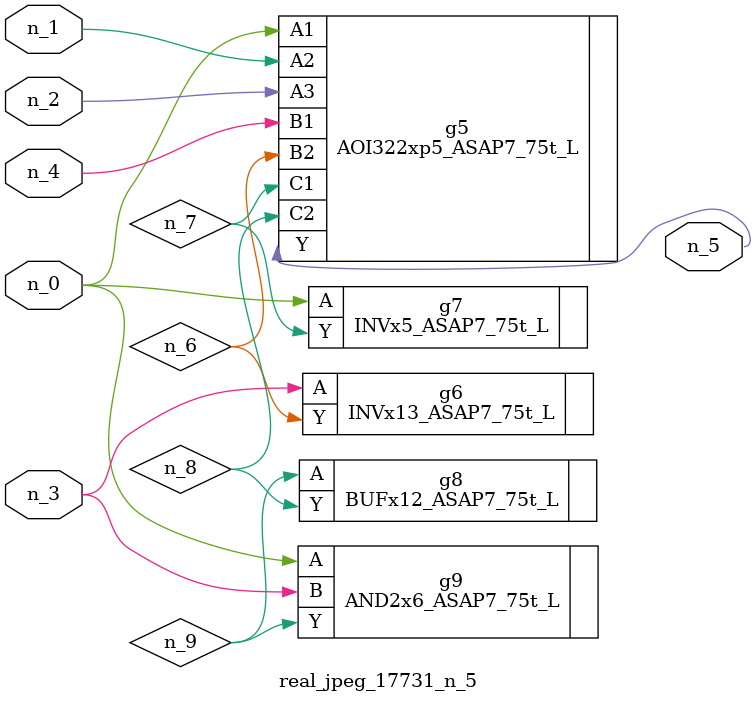
<source format=v>
module real_jpeg_17731_n_5 (n_4, n_0, n_1, n_2, n_3, n_5);

input n_4;
input n_0;
input n_1;
input n_2;
input n_3;

output n_5;

wire n_8;
wire n_6;
wire n_7;
wire n_9;

AOI322xp5_ASAP7_75t_L g5 ( 
.A1(n_0),
.A2(n_1),
.A3(n_2),
.B1(n_4),
.B2(n_6),
.C1(n_7),
.C2(n_8),
.Y(n_5)
);

INVx5_ASAP7_75t_L g7 ( 
.A(n_0),
.Y(n_7)
);

AND2x6_ASAP7_75t_L g9 ( 
.A(n_0),
.B(n_3),
.Y(n_9)
);

INVx13_ASAP7_75t_L g6 ( 
.A(n_3),
.Y(n_6)
);

BUFx12_ASAP7_75t_L g8 ( 
.A(n_9),
.Y(n_8)
);


endmodule
</source>
